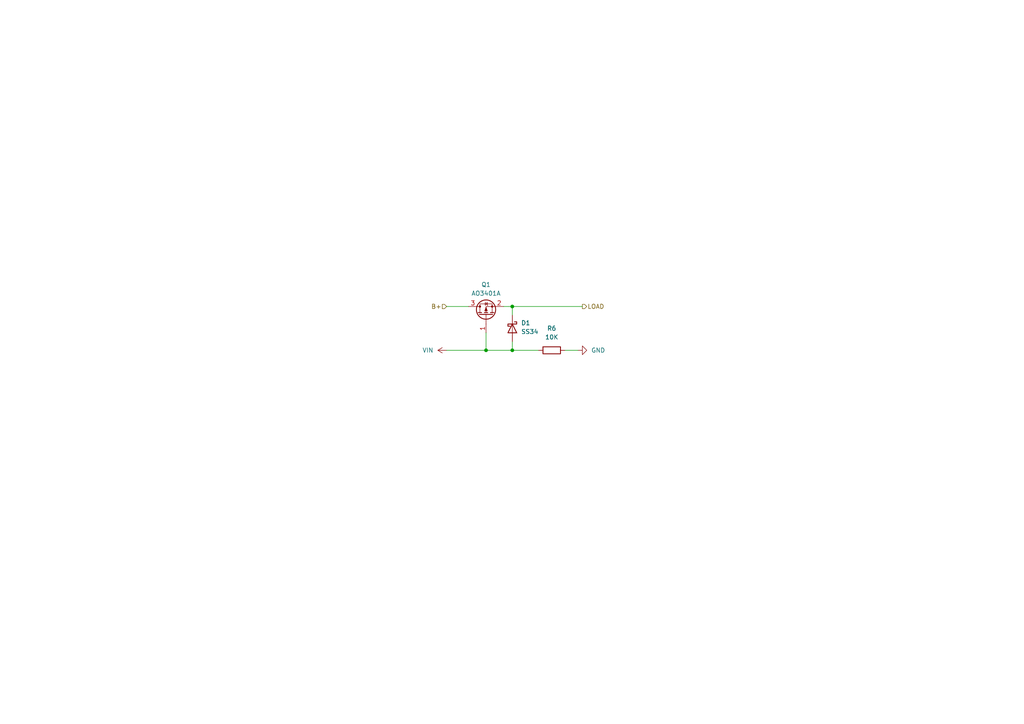
<source format=kicad_sch>
(kicad_sch (version 20231120) (generator "eeschema") (generator_version "8.0")
  (paper "A4")
  (lib_symbols
    (symbol "Device:R" (pin_numbers hide) (pin_names (offset 0))
      (property "Reference" "R" (at 2.032 0 90))
      (property "Value" "R" (at 0 0 90))
      (symbol "R_0_1"
        (rectangle (start -1.016 -2.54) (end 1.016 2.54) (stroke (width 0.254)))
      )
      (symbol "R_1_1"
        (pin passive line (at 0 3.81 270) (length 1.27) (name "~") (number "1"))
        (pin passive line (at 0 -3.81 90) (length 1.27) (name "~") (number "2"))
      )
    )
    (symbol "Diode:SS34" (pin_numbers hide) (pin_names (offset 1.016) hide)
      (property "Reference" "D" (at 0 2.54 0))
      (property "Value" "SS34" (at 0 -2.54 0))
      (symbol "SS34_0_1"
        (polyline (pts (xy 1.27 0) (xy -1.27 0)))
        (polyline (pts (xy 1.27 1.27) (xy 1.27 -1.27) (xy -1.27 0) (xy 1.27 1.27)) (stroke (width 0.254)))
        (polyline (pts (xy -1.905 0.635) (xy -1.905 1.27) (xy -1.27 1.27) (xy -1.27 -1.27) (xy -0.635 -1.27) (xy -0.635 -0.635)) (stroke (width 0.254)))
      )
      (symbol "SS34_1_1"
        (pin passive line (at -3.81 0 0) (length 2.54) (name "K") (number "1"))
        (pin passive line (at 3.81 0 180) (length 2.54) (name "A") (number "2"))
      )
    )
    (symbol "Transistor_FET:AO3401A" (pin_names hide)
      (property "Reference" "Q" (at 5.08 1.905 0))
      (property "Value" "AO3401A" (at 5.08 0 0))
      (symbol "AO3401A_0_1"
        (polyline (pts (xy 0.254 0) (xy -2.54 0)))
        (polyline (pts (xy 0.254 1.905) (xy 0.254 -1.905)) (stroke (width 0.254)))
        (polyline (pts (xy 0.762 -1.27) (xy 0.762 -2.286)) (stroke (width 0.254)))
        (polyline (pts (xy 0.762 0.508) (xy 0.762 -0.508)) (stroke (width 0.254)))
        (polyline (pts (xy 0.762 2.286) (xy 0.762 1.27)) (stroke (width 0.254)))
        (polyline (pts (xy 2.54 2.54) (xy 2.54 1.778)))
        (polyline (pts (xy 2.54 -2.54) (xy 2.54 0) (xy 0.762 0)))
        (polyline (pts (xy 0.762 1.778) (xy 3.302 1.778) (xy 3.302 -1.778) (xy 0.762 -1.778)))
        (polyline (pts (xy 2.286 0) (xy 1.27 0.381) (xy 1.27 -0.381) (xy 2.286 0)) (fill (type outline)))
        (polyline (pts (xy 2.794 -0.508) (xy 2.921 -0.381) (xy 3.683 -0.381) (xy 3.81 -0.254)))
        (polyline (pts (xy 3.302 -0.381) (xy 2.921 0.254) (xy 3.683 0.254) (xy 3.302 -0.381)))
        (circle (center 1.651 0) (radius 2.794) (stroke (width 0.254)))
        (circle (center 2.54 -1.778) (radius 0.254) (fill (type outline)))
        (circle (center 2.54 1.778) (radius 0.254) (fill (type outline)))
      )
      (symbol "AO3401A_1_1"
        (pin input line (at -5.08 0 0) (length 2.54) (name "G") (number "1"))
        (pin passive line (at 2.54 -5.08 90) (length 2.54) (name "S") (number "2"))
        (pin passive line (at 2.54 5.08 270) (length 2.54) (name "D") (number "3"))
      )
    )
    (symbol "power:GND" (power) (pin_numbers hide) (pin_names (offset 0) hide)
      (property "Value" "GND" (at 0 -3.81 0))
      (symbol "GND_0_1"
        (polyline (pts (xy 0 0) (xy 0 -1.27) (xy 1.27 -1.27) (xy 0 -2.54) (xy -1.27 -1.27) (xy 0 -1.27)))
      )
      (symbol "GND_1_1"
        (pin power_in line (at 0 0 270) (length 0) (name "~") (number "1"))
      )
    )
    (symbol "power:VCC" (power) (pin_numbers hide) (pin_names (offset 0) hide)
      (property "Value" "VCC" (at 0 3.556 0))
      (symbol "VCC_0_1"
        (polyline (pts (xy -0.762 1.27) (xy 0 2.54)))
        (polyline (pts (xy 0 0) (xy 0 2.54)))
        (polyline (pts (xy 0 2.54) (xy 0.762 1.27)))
      )
      (symbol "VCC_1_1"
        (pin power_in line (at 0 0 90) (length 0) (name "~") (number "1"))
      )
    )
  )
  (junction (at 140.97 101.6))
  (junction (at 148.59 88.9))
  (junction (at 148.59 101.6))
  (wire (pts (xy 148.59 88.9) (xy 168.91 88.9)))
  (wire (pts (xy 129.54 101.6) (xy 140.97 101.6)))
  (wire (pts (xy 148.59 101.6) (xy 140.97 101.6)))
  (wire (pts (xy 146.05 88.9) (xy 148.59 88.9)))
  (wire (pts (xy 129.54 88.9) (xy 135.89 88.9)))
  (wire (pts (xy 140.97 96.52) (xy 140.97 101.6)))
  (wire (pts (xy 148.59 99.06) (xy 148.59 101.6)))
  (wire (pts (xy 148.59 88.9) (xy 148.59 91.44)))
  (wire (pts (xy 148.59 101.6) (xy 156.21 101.6)))
  (wire (pts (xy 163.83 101.6) (xy 167.64 101.6)))
  (hierarchical_label "B+" (shape input) (at 129.54 88.9 180))
  (hierarchical_label "LOAD" (shape output) (at 168.91 88.9 0))
  (symbol (lib_id "Diode:SS34") (at 148.59 95.25 270) (unit 1)
    (property "Reference" "D1" (at 151.13 93.6624 90) (effects (justify left)))
    (property "Value" "SS34" (at 151.13 96.2024 90) (effects (justify left)))
    (property "Footprint" "custom:D_SMA_simple" (effects (hide yes)))
    (property "Datasheet" "https://www.vishay.com/docs/88751/ss32.pdf" (effects (hide yes)))
    (property "Description" "40V 3A Schottky Diode, SMA" (effects (hide yes)))
    (property "LCSC Part" "C8678" (effects (hide yes)))
  )
  (symbol (lib_id "power:VCC") (at 129.54 101.6 90) (unit 1)
    (property "Reference" "#PWR04" (effects (hide yes)))
    (property "Value" "VIN" (at 125.73 101.6001 90) (effects (justify left)))
    (property "Description" "Power symbol creates a global label with name \"VCC\"" (effects (hide yes)))
  )
  (symbol (lib_id "Device:R") (at 160.02 101.6 90) (mirror x) (unit 1)
    (property "Reference" "R6" (at 160.02 95.25 90))
    (property "Value" "10K" (at 160.02 97.79 90))
    (property "Footprint" "Resistor_SMD:R_0402_1005Metric" (effects (hide yes)))
    (property "Description" "Resistor" (effects (hide yes)))
    (property "LCSC Part" "C25744" (effects (hide yes)))
  )
  (symbol (lib_id "Transistor_FET:AO3401A") (at 140.97 91.44 90) (unit 1)
    (property "Reference" "Q1" (at 140.97 82.55 90))
    (property "Value" "AO3401A" (at 140.97 85.09 90))
    (property "Footprint" "Package_TO_SOT_SMD:SOT-23" (effects (hide yes)))
    (property "Datasheet" "http://www.aosmd.com/pdfs/datasheet/AO3401A.pdf" (effects (hide yes)))
    (property "Description" "-4.0A Id, -30V Vds, P-Channel MOSFET, SOT-23" (effects (hide yes)))
    (property "LCSC Part" "C15127" (effects (hide yes)))
    (property "JLCPCB_CORRECTION" "0; 0; 180" (effects (hide yes)))
  )
  (symbol (lib_id "power:GND") (at 167.64 101.6 90) (unit 1)
    (property "Reference" "#PWR07" (effects (hide yes)))
    (property "Value" "GND" (at 171.45 101.5999 90) (effects (justify right)))
    (property "Description" "Power symbol creates a global label with name \"GND\" , ground" (effects (hide yes)))
  )
)
</source>
